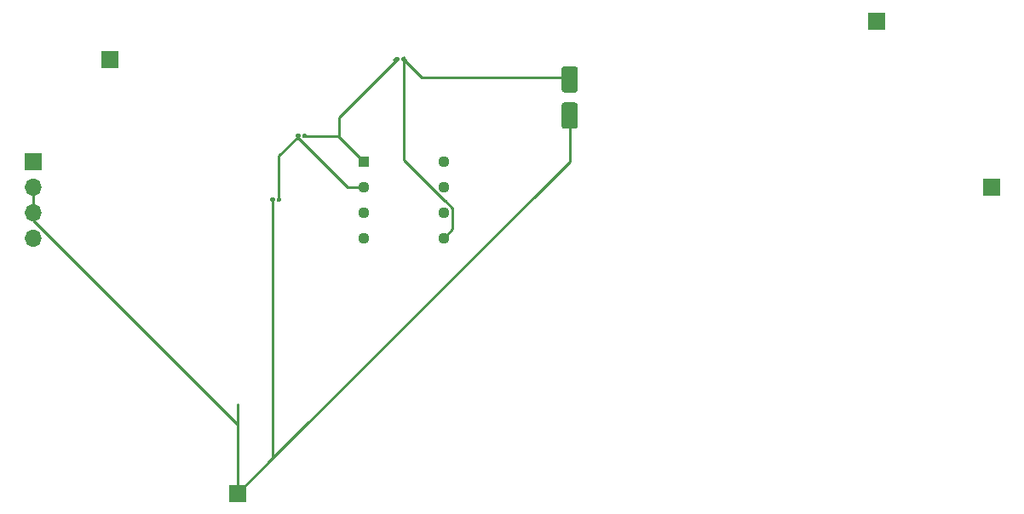
<source format=gbr>
%TF.GenerationSoftware,KiCad,Pcbnew,(5.1.10)-1*%
%TF.CreationDate,2021-11-07T21:57:16-05:00*%
%TF.ProjectId,kicad,6b696361-642e-46b6-9963-61645f706362,rev?*%
%TF.SameCoordinates,Original*%
%TF.FileFunction,Copper,L32,Bot*%
%TF.FilePolarity,Positive*%
%FSLAX46Y46*%
G04 Gerber Fmt 4.6, Leading zero omitted, Abs format (unit mm)*
G04 Created by KiCad (PCBNEW (5.1.10)-1) date 2021-11-07 21:57:16*
%MOMM*%
%LPD*%
G01*
G04 APERTURE LIST*
%TA.AperFunction,ComponentPad*%
%ADD10O,1.700000X1.700000*%
%TD*%
%TA.AperFunction,ComponentPad*%
%ADD11R,1.700000X1.700000*%
%TD*%
%TA.AperFunction,ComponentPad*%
%ADD12C,1.130000*%
%TD*%
%TA.AperFunction,ComponentPad*%
%ADD13R,1.130000X1.130000*%
%TD*%
%TA.AperFunction,Conductor*%
%ADD14C,0.250000*%
%TD*%
G04 APERTURE END LIST*
D10*
%TO.P,U1,4*%
%TO.N,Net-(C1-Pad2)*%
X148590000Y-111760000D03*
%TO.P,U1,3*%
%TO.N,Net-(1k2-Pad2)*%
X148590000Y-109220000D03*
%TO.P,U1,2*%
X148590000Y-106680000D03*
D11*
%TO.P,U1,1*%
%TO.N,Net-(R1-Pad2)*%
X148590000Y-104140000D03*
%TD*%
%TO.P,Vin2,1*%
%TO.N,Net-(D1-Pad1)*%
X232410000Y-90170000D03*
%TD*%
%TO.P,OUT1,1*%
%TO.N,Net-(D1-Pad2)*%
X243840000Y-106680000D03*
%TD*%
%TO.P,R6,2*%
%TO.N,Net-(C2-Pad1)*%
%TA.AperFunction,SMDPad,CuDef*%
G36*
G01*
X185190000Y-94080000D02*
X185190000Y-93880000D01*
G75*
G02*
X185290000Y-93780000I100000J0D01*
G01*
X185550000Y-93780000D01*
G75*
G02*
X185650000Y-93880000I0J-100000D01*
G01*
X185650000Y-94080000D01*
G75*
G02*
X185550000Y-94180000I-100000J0D01*
G01*
X185290000Y-94180000D01*
G75*
G02*
X185190000Y-94080000I0J100000D01*
G01*
G37*
%TD.AperFunction*%
%TO.P,R6,1*%
%TO.N,Net-(R5-Pad1)*%
%TA.AperFunction,SMDPad,CuDef*%
G36*
G01*
X184550000Y-94080000D02*
X184550000Y-93880000D01*
G75*
G02*
X184650000Y-93780000I100000J0D01*
G01*
X184910000Y-93780000D01*
G75*
G02*
X185010000Y-93880000I0J-100000D01*
G01*
X185010000Y-94080000D01*
G75*
G02*
X184910000Y-94180000I-100000J0D01*
G01*
X184650000Y-94180000D01*
G75*
G02*
X184550000Y-94080000I0J100000D01*
G01*
G37*
%TD.AperFunction*%
%TD*%
%TO.P,R5,2*%
%TO.N,Net-(R5-Pad2)*%
%TA.AperFunction,SMDPad,CuDef*%
G36*
G01*
X175170000Y-101500000D02*
X175170000Y-101700000D01*
G75*
G02*
X175070000Y-101800000I-100000J0D01*
G01*
X174810000Y-101800000D01*
G75*
G02*
X174710000Y-101700000I0J100000D01*
G01*
X174710000Y-101500000D01*
G75*
G02*
X174810000Y-101400000I100000J0D01*
G01*
X175070000Y-101400000D01*
G75*
G02*
X175170000Y-101500000I0J-100000D01*
G01*
G37*
%TD.AperFunction*%
%TO.P,R5,1*%
%TO.N,Net-(R5-Pad1)*%
%TA.AperFunction,SMDPad,CuDef*%
G36*
G01*
X175810000Y-101500000D02*
X175810000Y-101700000D01*
G75*
G02*
X175710000Y-101800000I-100000J0D01*
G01*
X175450000Y-101800000D01*
G75*
G02*
X175350000Y-101700000I0J100000D01*
G01*
X175350000Y-101500000D01*
G75*
G02*
X175450000Y-101400000I100000J0D01*
G01*
X175710000Y-101400000D01*
G75*
G02*
X175810000Y-101500000I0J-100000D01*
G01*
G37*
%TD.AperFunction*%
%TD*%
%TO.P,r4,2*%
%TO.N,Net-(1k2-Pad2)*%
%TA.AperFunction,SMDPad,CuDef*%
G36*
G01*
X172630000Y-107850000D02*
X172630000Y-108050000D01*
G75*
G02*
X172530000Y-108150000I-100000J0D01*
G01*
X172270000Y-108150000D01*
G75*
G02*
X172170000Y-108050000I0J100000D01*
G01*
X172170000Y-107850000D01*
G75*
G02*
X172270000Y-107750000I100000J0D01*
G01*
X172530000Y-107750000D01*
G75*
G02*
X172630000Y-107850000I0J-100000D01*
G01*
G37*
%TD.AperFunction*%
%TO.P,r4,1*%
%TO.N,Net-(R5-Pad2)*%
%TA.AperFunction,SMDPad,CuDef*%
G36*
G01*
X173270000Y-107850000D02*
X173270000Y-108050000D01*
G75*
G02*
X173170000Y-108150000I-100000J0D01*
G01*
X172910000Y-108150000D01*
G75*
G02*
X172810000Y-108050000I0J100000D01*
G01*
X172810000Y-107850000D01*
G75*
G02*
X172910000Y-107750000I100000J0D01*
G01*
X173170000Y-107750000D01*
G75*
G02*
X173270000Y-107850000I0J-100000D01*
G01*
G37*
%TD.AperFunction*%
%TD*%
%TO.P,C2,2*%
%TO.N,Net-(1k2-Pad2)*%
%TA.AperFunction,SMDPad,CuDef*%
G36*
G01*
X201380000Y-98290000D02*
X202480000Y-98290000D01*
G75*
G02*
X202730000Y-98540000I0J-250000D01*
G01*
X202730000Y-100640000D01*
G75*
G02*
X202480000Y-100890000I-250000J0D01*
G01*
X201380000Y-100890000D01*
G75*
G02*
X201130000Y-100640000I0J250000D01*
G01*
X201130000Y-98540000D01*
G75*
G02*
X201380000Y-98290000I250000J0D01*
G01*
G37*
%TD.AperFunction*%
%TO.P,C2,1*%
%TO.N,Net-(C2-Pad1)*%
%TA.AperFunction,SMDPad,CuDef*%
G36*
G01*
X201380000Y-94690000D02*
X202480000Y-94690000D01*
G75*
G02*
X202730000Y-94940000I0J-250000D01*
G01*
X202730000Y-97040000D01*
G75*
G02*
X202480000Y-97290000I-250000J0D01*
G01*
X201380000Y-97290000D01*
G75*
G02*
X201130000Y-97040000I0J250000D01*
G01*
X201130000Y-94940000D01*
G75*
G02*
X201380000Y-94690000I250000J0D01*
G01*
G37*
%TD.AperFunction*%
%TD*%
D12*
%TO.P,U2,8*%
%TO.N,N/C*%
X189390000Y-104140000D03*
%TO.P,U2,7*%
%TO.N,Net-(R8-Pad1)*%
X189390000Y-106680000D03*
%TO.P,U2,6*%
%TO.N,Net-(1k2-Pad1)*%
X189390000Y-109220000D03*
%TO.P,U2,5*%
%TO.N,Net-(C2-Pad1)*%
X189390000Y-111760000D03*
%TO.P,U2,4*%
%TO.N,N/C*%
X181450000Y-111760000D03*
%TO.P,U2,3*%
%TO.N,Net-(C1-Pad1)*%
X181450000Y-109220000D03*
%TO.P,U2,2*%
%TO.N,Net-(R5-Pad2)*%
X181450000Y-106680000D03*
D13*
%TO.P,U2,1*%
%TO.N,Net-(R5-Pad1)*%
X181450000Y-104140000D03*
%TD*%
D11*
%TO.P,gnd1,1*%
%TO.N,Net-(1k2-Pad2)*%
X168910000Y-137160000D03*
%TD*%
%TO.P,Vin1,1*%
%TO.N,Net-(R1-Pad1)*%
X156210000Y-93980000D03*
%TD*%
D14*
%TO.N,Net-(C2-Pad1)*%
X185611058Y-93980000D02*
X185420000Y-93980000D01*
X185420000Y-93780000D02*
X185420000Y-93980000D01*
X185950000Y-94510000D02*
X185420000Y-93980000D01*
X189502798Y-108110000D02*
X185420000Y-104027202D01*
X189597202Y-108110000D02*
X189502798Y-108110000D01*
X190280001Y-108792799D02*
X189597202Y-108110000D01*
X190280001Y-110869999D02*
X190280001Y-108792799D01*
X189390000Y-111760000D02*
X190280001Y-110869999D01*
X185420000Y-104027202D02*
X185420000Y-93980000D01*
X187220000Y-95780000D02*
X185420000Y-93980000D01*
X201930000Y-95780000D02*
X187220000Y-95780000D01*
%TO.N,Net-(R5-Pad2)*%
X173040000Y-107950000D02*
X173040000Y-103584990D01*
X174940000Y-101684990D02*
X174940000Y-101600000D01*
X173040000Y-103584990D02*
X174940000Y-101684990D01*
X179820000Y-106680000D02*
X181450000Y-106680000D01*
X174940000Y-101800000D02*
X179820000Y-106680000D01*
X174940000Y-101600000D02*
X174940000Y-101800000D01*
%TO.N,Net-(R5-Pad1)*%
X175580000Y-101600000D02*
X178910000Y-101600000D01*
X184445000Y-93980000D02*
X184780000Y-93980000D01*
X178990000Y-99770000D02*
X184780000Y-93980000D01*
X178990000Y-101680000D02*
X178990000Y-99770000D01*
X178910000Y-101600000D02*
X178990000Y-101680000D01*
X178990000Y-101680000D02*
X181450000Y-104140000D01*
%TO.N,Net-(1k2-Pad2)*%
X168910000Y-137160000D02*
X168910000Y-128270000D01*
X172400000Y-133670000D02*
X168910000Y-137160000D01*
X172400000Y-107950000D02*
X172400000Y-133670000D01*
X201930000Y-99590000D02*
X201930000Y-104140000D01*
X201930000Y-104140000D02*
X172400000Y-133670000D01*
X148590000Y-106680000D02*
X148590000Y-109220000D01*
X148590000Y-110020998D02*
X148590000Y-109220000D01*
X168910000Y-130340998D02*
X148590000Y-110020998D01*
X168910000Y-137160000D02*
X168910000Y-130340998D01*
%TD*%
M02*

</source>
